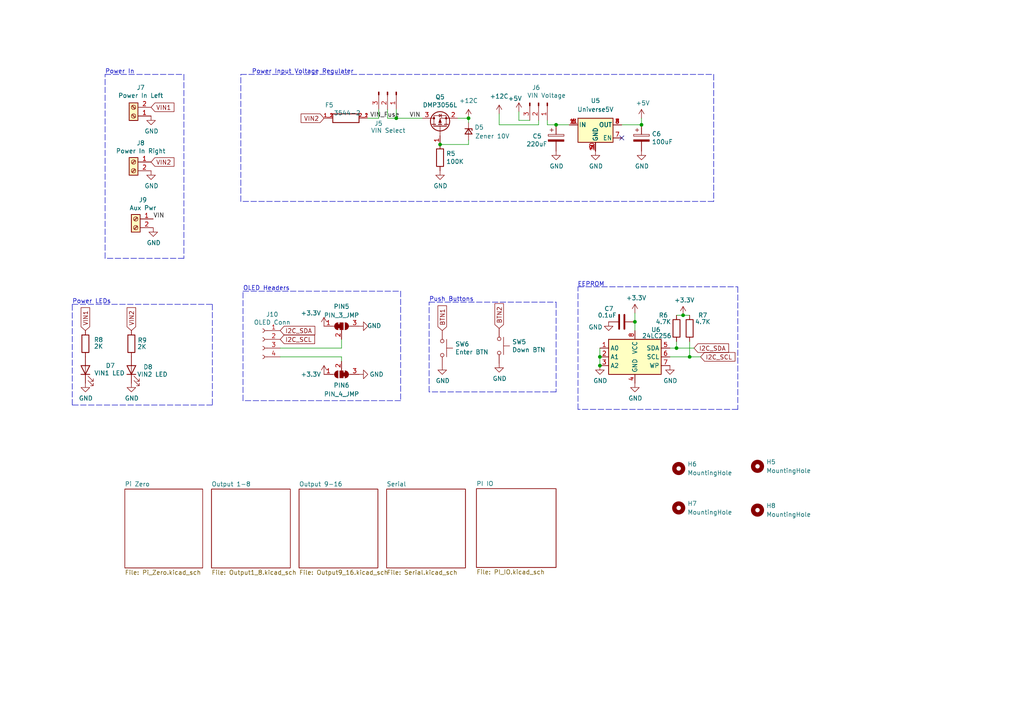
<source format=kicad_sch>
(kicad_sch (version 20211123) (generator eeschema)
  (paper "A4")
  (title_block (title "Pi CM4 16") (date "2022-09-03") (rev "v1") (company "Scott Hanson"))
  (lib_symbols
    (symbol "Connector:Conn_01x03_Male" (pin_names (offset 1.016) hide)
      (property "Reference" "J" (at 0 5.08 0))
      (property "Value" "Conn_01x03_Male" (at 0 -5.08 0))
      (symbol "Conn_01x03_Male_1_1"
        (polyline (pts (xy 1.27 -2.54) (xy 0.8636 -2.54)) (stroke (width 0.1524)))
        (polyline (pts (xy 1.27 0) (xy 0.8636 0)) (stroke (width 0.1524)))
        (polyline (pts (xy 1.27 2.54) (xy 0.8636 2.54)) (stroke (width 0.1524)))
        (rectangle (start 0.8636 -2.413) (end 0 -2.667) (stroke (width 0.1524)) (fill (type outline)))
        (rectangle (start 0.8636 0.127) (end 0 -0.127) (stroke (width 0.1524)) (fill (type outline)))
        (rectangle (start 0.8636 2.667) (end 0 2.413) (stroke (width 0.1524)) (fill (type outline)))
        (pin passive line (at 5.08 2.54 180) (length 3.81) (name "Pin_1") (number "1"))
        (pin passive line (at 5.08 0 180) (length 3.81) (name "Pin_2") (number "2"))
        (pin passive line (at 5.08 -2.54 180) (length 3.81) (name "Pin_3") (number "3"))
      )
    )
    (symbol "Connector:Conn_01x04_Female" (pin_names (offset 1.016) hide)
      (property "Reference" "J" (at 0 5.08 0))
      (property "Value" "Conn_01x04_Female" (at 0 -7.62 0))
      (symbol "Conn_01x04_Female_1_1"
        (arc (start 0 -4.572) (mid -0.508 -5.08) (end 0 -5.588) (stroke (width 0.1524)))
        (arc (start 0 -2.032) (mid -0.508 -2.54) (end 0 -3.048) (stroke (width 0.1524)))
        (polyline (pts (xy -1.27 -5.08) (xy -0.508 -5.08)) (stroke (width 0.1524)))
        (polyline (pts (xy -1.27 -2.54) (xy -0.508 -2.54)) (stroke (width 0.1524)))
        (polyline (pts (xy -1.27 0) (xy -0.508 0)) (stroke (width 0.1524)))
        (polyline (pts (xy -1.27 2.54) (xy -0.508 2.54)) (stroke (width 0.1524)))
        (arc (start 0 0.508) (mid -0.508 0) (end 0 -0.508) (stroke (width 0.1524)))
        (arc (start 0 3.048) (mid -0.508 2.54) (end 0 2.032) (stroke (width 0.1524)))
        (pin passive line (at -5.08 2.54 0) (length 3.81) (name "Pin_1") (number "1"))
        (pin passive line (at -5.08 0 0) (length 3.81) (name "Pin_2") (number "2"))
        (pin passive line (at -5.08 -2.54 0) (length 3.81) (name "Pin_3") (number "3"))
        (pin passive line (at -5.08 -5.08 0) (length 3.81) (name "Pin_4") (number "4"))
      )
    )
    (symbol "Connector:Screw_Terminal_01x02" (pin_names (offset 1.016) hide)
      (property "Reference" "J" (at 0 2.54 0))
      (property "Value" "Screw_Terminal_01x02" (at 0 -5.08 0))
      (symbol "Screw_Terminal_01x02_1_1"
        (rectangle (start -1.27 1.27) (end 1.27 -3.81) (stroke (width 0.254)) (fill (type background)))
        (circle (center 0 -2.54) (radius 0.635) (stroke (width 0.1524)))
        (polyline (pts (xy -0.5334 -2.2098) (xy 0.3302 -3.048)) (stroke (width 0.1524)))
        (polyline (pts (xy -0.5334 0.3302) (xy 0.3302 -0.508)) (stroke (width 0.1524)))
        (polyline (pts (xy -0.3556 -2.032) (xy 0.508 -2.8702)) (stroke (width 0.1524)))
        (polyline (pts (xy -0.3556 0.508) (xy 0.508 -0.3302)) (stroke (width 0.1524)))
        (circle (center 0 0) (radius 0.635) (stroke (width 0.1524)))
        (pin passive line (at -5.08 0 0) (length 3.81) (name "Pin_1") (number "1"))
        (pin passive line (at -5.08 -2.54 0) (length 3.81) (name "Pin_2") (number "2"))
      )
    )
    (symbol "Device:C" (pin_numbers hide) (pin_names (offset 0.254))
      (property "Reference" "C" (at 0.635 2.54 0))
      (property "Value" "C" (at 0.635 -2.54 0))
      (symbol "C_0_1"
        (polyline (pts (xy -2.032 -0.762) (xy 2.032 -0.762)) (stroke (width 0.508)))
        (polyline (pts (xy -2.032 0.762) (xy 2.032 0.762)) (stroke (width 0.508)))
      )
      (symbol "C_1_1"
        (pin passive line (at 0 3.81 270) (length 2.794) (name "~") (number "1"))
        (pin passive line (at 0 -3.81 90) (length 2.794) (name "~") (number "2"))
      )
    )
    (symbol "Device:C_Polarized" (pin_numbers hide) (pin_names (offset 0.254))
      (property "Reference" "C" (at 0.635 2.54 0))
      (property "Value" "C_Polarized" (at 0.635 -2.54 0))
      (symbol "C_Polarized_0_1"
        (rectangle (start -2.286 0.508) (end 2.286 1.016))
        (polyline (pts (xy -1.778 2.286) (xy -0.762 2.286)))
        (polyline (pts (xy -1.27 2.794) (xy -1.27 1.778)))
        (rectangle (start 2.286 -0.508) (end -2.286 -1.016) (fill (type outline)))
      )
      (symbol "C_Polarized_1_1"
        (pin passive line (at 0 3.81 270) (length 2.794) (name "~") (number "1"))
        (pin passive line (at 0 -3.81 90) (length 2.794) (name "~") (number "2"))
      )
    )
    (symbol "Device:D_Zener_Small" (pin_numbers hide) (pin_names (offset 0.254) hide)
      (property "Reference" "D" (at 0 2.286 0))
      (property "Value" "D_Zener_Small" (at 0 -2.286 0))
      (symbol "D_Zener_Small_0_1"
        (polyline (pts (xy 0.762 0) (xy -0.762 0)))
        (polyline (pts (xy -0.254 1.016) (xy -0.762 1.016) (xy -0.762 -1.016)) (stroke (width 0.254)))
        (polyline (pts (xy 0.762 1.016) (xy -0.762 0) (xy 0.762 -1.016) (xy 0.762 1.016)) (stroke (width 0.254)))
      )
      (symbol "D_Zener_Small_1_1"
        (pin passive line (at -2.54 0 0) (length 1.778) (name "K") (number "1"))
        (pin passive line (at 2.54 0 180) (length 1.778) (name "A") (number "2"))
      )
    )
    (symbol "Device:LED" (pin_numbers hide) (pin_names (offset 1.016) hide)
      (property "Reference" "D" (at 0 2.54 0))
      (property "Value" "LED" (at 0 -2.54 0))
      (symbol "LED_0_1"
        (polyline (pts (xy -1.27 -1.27) (xy -1.27 1.27)) (stroke (width 0.254)))
        (polyline (pts (xy -1.27 0) (xy 1.27 0)))
        (polyline (pts (xy 1.27 -1.27) (xy 1.27 1.27) (xy -1.27 0) (xy 1.27 -1.27)) (stroke (width 0.254)))
        (polyline (pts (xy -3.048 -0.762) (xy -4.572 -2.286) (xy -3.81 -2.286) (xy -4.572 -2.286) (xy -4.572 -1.524)))
        (polyline (pts (xy -1.778 -0.762) (xy -3.302 -2.286) (xy -2.54 -2.286) (xy -3.302 -2.286) (xy -3.302 -1.524)))
      )
      (symbol "LED_1_1"
        (pin passive line (at -3.81 0 0) (length 2.54) (name "K") (number "1"))
        (pin passive line (at 3.81 0 180) (length 2.54) (name "A") (number "2"))
      )
    )
    (symbol "Device:Q_PMOS_GSD" (pin_names (offset 0) hide)
      (property "Reference" "Q" (at 5.08 1.27 0))
      (property "Value" "Q_PMOS_GSD" (at 5.08 -1.27 0))
      (symbol "Q_PMOS_GSD_0_1"
        (polyline (pts (xy 0.254 0) (xy -2.54 0)))
        (polyline (pts (xy 0.254 1.905) (xy 0.254 -1.905)) (stroke (width 0.254)))
        (polyline (pts (xy 0.762 -1.27) (xy 0.762 -2.286)) (stroke (width 0.254)))
        (polyline (pts (xy 0.762 0.508) (xy 0.762 -0.508)) (stroke (width 0.254)))
        (polyline (pts (xy 0.762 2.286) (xy 0.762 1.27)) (stroke (width 0.254)))
        (polyline (pts (xy 2.54 2.54) (xy 2.54 1.778)))
        (polyline (pts (xy 2.54 -2.54) (xy 2.54 0) (xy 0.762 0)))
        (polyline (pts (xy 0.762 1.778) (xy 3.302 1.778) (xy 3.302 -1.778) (xy 0.762 -1.778)))
        (polyline (pts (xy 2.286 0) (xy 1.27 0.381) (xy 1.27 -0.381) (xy 2.286 0)) (fill (type outline)))
        (polyline (pts (xy 2.794 -0.508) (xy 2.921 -0.381) (xy 3.683 -0.381) (xy 3.81 -0.254)))
        (polyline (pts (xy 3.302 -0.381) (xy 2.921 0.254) (xy 3.683 0.254) (xy 3.302 -0.381)))
        (circle (center 1.651 0) (radius 2.794) (stroke (width 0.254)))
        (circle (center 2.54 -1.778) (radius 0.254) (fill (type outline)))
        (circle (center 2.54 1.778) (radius 0.254) (fill (type outline)))
      )
      (symbol "Q_PMOS_GSD_1_1"
        (pin input line (at -5.08 0 0) (length 2.54) (name "G") (number "1"))
        (pin passive line (at 2.54 -5.08 90) (length 2.54) (name "S") (number "2"))
        (pin passive line (at 2.54 5.08 270) (length 2.54) (name "D") (number "3"))
      )
    )
    (symbol "Device:R" (pin_numbers hide) (pin_names (offset 0))
      (property "Reference" "R" (at 2.032 0 90))
      (property "Value" "R" (at 0 0 90))
      (symbol "R_0_1"
        (rectangle (start -1.016 -2.54) (end 1.016 2.54) (stroke (width 0.254)))
      )
      (symbol "R_1_1"
        (pin passive line (at 0 3.81 270) (length 1.27) (name "~") (number "1"))
        (pin passive line (at 0 -3.81 90) (length 1.27) (name "~") (number "2"))
      )
    )
    (symbol "Jumper:SolderJumper_3_Bridged12" (pin_names (offset 0) hide)
      (property "Reference" "JP" (at -2.54 -2.54 0))
      (property "Value" "SolderJumper_3_Bridged12" (at 0 2.794 0))
      (symbol "SolderJumper_3_Bridged12_0_1"
        (rectangle (start -1.016 0.508) (end -0.508 -0.508) (fill (type outline)))
        (arc (start -1.016 1.016) (mid -2.032 0) (end -1.016 -1.016))
        (arc (start -1.016 1.016) (mid -2.032 0) (end -1.016 -1.016) (fill (type outline)))
        (rectangle (start -0.508 1.016) (end 0.508 -1.016) (fill (type outline)))
        (polyline (pts (xy -2.54 0) (xy -2.032 0)))
        (polyline (pts (xy -1.016 1.016) (xy -1.016 -1.016)))
        (polyline (pts (xy 0 -1.27) (xy 0 -1.016)))
        (polyline (pts (xy 1.016 1.016) (xy 1.016 -1.016)))
        (polyline (pts (xy 2.54 0) (xy 2.032 0)))
        (arc (start 1.016 -1.016) (mid 2.032 0) (end 1.016 1.016))
        (arc (start 1.016 -1.016) (mid 2.032 0) (end 1.016 1.016) (fill (type outline)))
      )
      (symbol "SolderJumper_3_Bridged12_1_1"
        (pin passive line (at -5.08 0 0) (length 2.54) (name "A") (number "1"))
        (pin passive line (at 0 -3.81 90) (length 2.54) (name "C") (number "2"))
        (pin passive line (at 5.08 0 180) (length 2.54) (name "B") (number "3"))
      )
    )
    (symbol "Mechanical:MountingHole" (pin_names (offset 1.016))
      (property "Reference" "H" (at 0 5.08 0))
      (property "Value" "MountingHole" (at 0 3.175 0))
      (symbol "MountingHole_0_1"
        (circle (center 0 0) (radius 1.27) (stroke (width 1.27)))
      )
    )
    (symbol "Memory_EEPROM:24LC256"
      (property "Reference" "U" (at -6.35 6.35 0))
      (property "Value" "24LC256" (at 1.27 6.35 0))
      (symbol "24LC256_1_1"
        (rectangle (start -7.62 5.08) (end 7.62 -5.08) (stroke (width 0.254)) (fill (type background)))
        (pin input line (at -10.16 2.54 0) (length 2.54) (name "A0") (number "1"))
        (pin input line (at -10.16 0 0) (length 2.54) (name "A1") (number "2"))
        (pin input line (at -10.16 -2.54 0) (length 2.54) (name "A2") (number "3"))
        (pin power_in line (at 0 -7.62 90) (length 2.54) (name "GND") (number "4"))
        (pin bidirectional line (at 10.16 2.54 180) (length 2.54) (name "SDA") (number "5"))
        (pin input line (at 10.16 0 180) (length 2.54) (name "SCL") (number "6"))
        (pin input line (at 10.16 -2.54 180) (length 2.54) (name "WP") (number "7"))
        (pin power_in line (at 0 7.62 270) (length 2.54) (name "VCC") (number "8"))
      )
    )
    (symbol "Scotts:3544-2" (pin_names (offset 1.016) hide)
      (property "Reference" "F?" (at -3.81 2.54 0))
      (property "Value" "3544-2" (at -3.81 -2.54 0))
      (symbol "3544-2_0_0"
        (polyline (pts (xy -3.81 -1.27) (xy -3.81 1.27)) (stroke (width 0.254)))
        (polyline (pts (xy -3.81 1.27) (xy 3.81 1.27)) (stroke (width 0.254)))
        (polyline (pts (xy 3.81 -1.27) (xy -3.81 -1.27)) (stroke (width 0.254)))
        (polyline (pts (xy 3.81 1.27) (xy 3.81 -1.27)) (stroke (width 0.254)))
        (text "~" (at 0 0 0) (effects (font (size 1.27 1.27))))
        (pin passive line (at -6.35 0 0) (length 2.54) (name "1") (number "1_1"))
        (pin passive line (at -6.35 0 0) (length 2.54) (name "1") (number "1_2"))
        (pin passive line (at 6.35 0 180) (length 2.54) (name "2") (number "2_1"))
        (pin passive line (at 6.35 0 180) (length 2.54) (name "2") (number "2_2"))
      )
    )
    (symbol "Scotts:SolderJumper_3_Bridged23" (pin_names (offset 0) hide)
      (property "Reference" "JP?" (at 0 6.35 0))
      (property "Value" "SolderJumper_3_Bridged23" (at 0 3.81 0))
      (symbol "SolderJumper_3_Bridged23_0_1"
        (arc (start -1.016 1.016) (mid -2.032 0) (end -1.016 -1.016))
        (arc (start -1.016 1.016) (mid -2.032 0) (end -1.016 -1.016) (fill (type outline)))
        (rectangle (start -0.508 1.016) (end 0.508 -1.016) (fill (type outline)))
        (polyline (pts (xy -2.54 0) (xy -2.032 0)))
        (polyline (pts (xy -1.016 1.016) (xy -1.016 -1.016)))
        (polyline (pts (xy 0 -1.27) (xy 0 -1.016)))
        (polyline (pts (xy 1.016 1.016) (xy 1.016 -1.016)))
        (polyline (pts (xy 2.54 0) (xy 2.032 0)))
        (rectangle (start 0.508 0.508) (end 1.016 -0.508) (fill (type outline)))
        (arc (start 1.016 -1.016) (mid 2.032 0) (end 1.016 1.016))
        (arc (start 1.016 -1.016) (mid 2.032 0) (end 1.016 1.016) (fill (type outline)))
      )
      (symbol "SolderJumper_3_Bridged23_1_1"
        (pin passive line (at -5.08 0 0) (length 2.54) (name "A") (number "1"))
        (pin passive line (at 0 -3.81 90) (length 2.54) (name "C") (number "2"))
        (pin passive line (at 5.08 0 180) (length 2.54) (name "B") (number "3"))
      )
    )
    (symbol "Scotts:Universe5V" (pin_names (offset 0.254))
      (property "Reference" "U" (at -3.81 3.175 0))
      (property "Value" "Universe5V" (at 0 3.175 0))
      (symbol "Universe5V_0_0"
        (pin power_in line (at 0 -7.62 90) (length 2.54) (name "GND") (number "10"))
        (pin power_in line (at -7.62 0 0) (length 2.54) (name "IN") (number "11"))
        (pin passive line (at 7.62 0 180) (length 2.54) (name "OUT") (number "4"))
        (pin power_in line (at 0 -7.62 90) (length 2.54) (name "GND") (number "5"))
        (pin power_in line (at -7.62 0 0) (length 2.54) (name "IN") (number "6"))
        (pin input line (at 7.62 -3.81 180) (length 2.54) (name "EN") (number "7"))
        (pin passive line (at 7.62 0 180) (length 2.54) (name "OUT") (number "8"))
        (pin power_in line (at 0 -7.62 90) (length 2.54) (name "GND") (number "9"))
      )
      (symbol "Universe5V_0_1"
        (rectangle (start -5.08 1.905) (end 5.08 -5.08) (stroke (width 0.254)) (fill (type background)))
      )
      (symbol "Universe5V_1_1"
        (pin power_in line (at -7.62 0 0) (length 2.54) (name "IN") (number "1"))
        (pin power_in line (at 0 -7.62 90) (length 2.54) (name "GND") (number "2"))
        (pin power_out line (at 7.62 0 180) (length 2.54) (name "OUT") (number "3"))
      )
    )
    (symbol "Switch:SW_Push" (pin_numbers hide) (pin_names (offset 1.016) hide)
      (property "Reference" "SW" (at 1.27 2.54 0))
      (property "Value" "SW_Push" (at 0 -1.524 0))
      (symbol "SW_Push_0_1"
        (circle (center -2.032 0) (radius 0.508))
        (polyline (pts (xy 0 1.27) (xy 0 3.048)))
        (polyline (pts (xy 2.54 1.27) (xy -2.54 1.27)))
        (circle (center 2.032 0) (radius 0.508))
        (pin passive line (at -5.08 0 0) (length 2.54) (name "1") (number "1"))
        (pin passive line (at 5.08 0 180) (length 2.54) (name "2") (number "2"))
      )
    )
    (symbol "power:+12C" (power) (pin_names (offset 0))
      (property "Value" "+12C" (at 0 3.81 0))
      (symbol "+12C_0_1"
        (polyline (pts (xy -0.762 1.27) (xy 0 2.54)))
        (polyline (pts (xy 0 0) (xy 0 2.54)))
        (polyline (pts (xy 0 2.54) (xy 0.762 1.27)))
      )
      (symbol "+12C_1_1"
        (pin power_in line (at 0 0 90) (length 0) hide (name "+12C") (number "1"))
      )
    )
    (symbol "power:+3.3V" (power) (pin_names (offset 0))
      (property "Value" "+3.3V" (at 0 3.556 0))
      (symbol "+3.3V_0_1"
        (polyline (pts (xy -0.762 1.27) (xy 0 2.54)))
        (polyline (pts (xy 0 0) (xy 0 2.54)))
        (polyline (pts (xy 0 2.54) (xy 0.762 1.27)))
      )
      (symbol "+3.3V_1_1"
        (pin power_in line (at 0 0 90) (length 0) hide (name "+3.3V") (number "1"))
      )
    )
    (symbol "power:+5V" (power) (pin_names (offset 0))
      (property "Value" "+5V" (at 0 3.556 0))
      (symbol "+5V_0_1"
        (polyline (pts (xy -0.762 1.27) (xy 0 2.54)))
        (polyline (pts (xy 0 0) (xy 0 2.54)))
        (polyline (pts (xy 0 2.54) (xy 0.762 1.27)))
      )
      (symbol "+5V_1_1"
        (pin power_in line (at 0 0 90) (length 0) hide (name "+5V") (number "1"))
      )
    )
    (symbol "power:GND" (power) (pin_names (offset 0))
      (property "Value" "GND" (at 0 -3.81 0))
      (symbol "GND_0_1"
        (polyline (pts (xy 0 0) (xy 0 -1.27) (xy 1.27 -1.27) (xy 0 -2.54) (xy -1.27 -1.27) (xy 0 -1.27)))
      )
      (symbol "GND_1_1"
        (pin power_in line (at 0 0 270) (length 0) hide (name "GND") (number "1"))
      )
    )
  )
  (junction (at 186.055 36.195))
  (junction (at 198.12 91.44))
  (junction (at 161.29 36.195))
  (junction (at 196.215 100.965))
  (junction (at 127.635 41.91))
  (junction (at 173.99 103.505))
  (junction (at 200.025 103.505))
  (junction (at 135.89 34.29))
  (junction (at 184.15 93.345))
  (junction (at 114.935 34.29))
  (junction (at 173.99 106.045))
  (no_connect (at 180.34 40.005))
  (wire (pts (xy 109.855 34.29) (xy 109.855 31.75)))
  (wire (pts (xy 112.395 34.29) (xy 112.395 31.75)))
  (wire (pts (xy 203.2 103.505) (xy 200.025 103.505)))
  (wire (pts (xy 156.21 36.195) (xy 144.78 36.195)))
  (wire (pts (xy 99.06 98.425) (xy 99.06 100.965)))
  (wire (pts (xy 112.395 34.29) (xy 114.935 34.29)))
  (polyline (pts (xy 213.995 118.745) (xy 167.64 118.745)))
  (wire (pts (xy 135.89 41.91) (xy 127.635 41.91)))
  (wire (pts (xy 196.215 99.06) (xy 196.215 100.965)))
  (polyline (pts (xy 61.595 88.265) (xy 61.595 117.475)))
  (wire (pts (xy 194.31 100.965) (xy 196.215 100.965)))
  (wire (pts (xy 200.025 91.44) (xy 198.12 91.44)))
  (polyline (pts (xy 69.85 21.59) (xy 207.01 21.59)))
  (wire (pts (xy 132.715 34.29) (xy 135.89 34.29)))
  (polyline (pts (xy 20.955 117.475) (xy 20.955 88.265)))
  (polyline (pts (xy 61.595 117.475) (xy 20.955 117.475)))
  (polyline (pts (xy 53.34 21.59) (xy 53.34 74.93)))
  (wire (pts (xy 150.495 34.925) (xy 153.67 34.925)))
  (wire (pts (xy 150.495 32.385) (xy 150.495 34.925)))
  (wire (pts (xy 81.28 100.965) (xy 99.06 100.965)))
  (wire (pts (xy 109.855 34.29) (xy 106.68 34.29)))
  (polyline (pts (xy 124.46 113.665) (xy 124.46 87.63)))
  (polyline (pts (xy 124.46 87.63) (xy 161.29 87.63)))
  (wire (pts (xy 180.34 36.195) (xy 186.055 36.195)))
  (wire (pts (xy 196.215 100.965) (xy 201.295 100.965)))
  (polyline (pts (xy 213.995 83.185) (xy 213.995 118.745)))
  (polyline (pts (xy 70.485 84.455) (xy 116.205 84.455)))
  (polyline (pts (xy 167.64 83.185) (xy 213.995 83.185)))
  (polyline (pts (xy 20.955 88.265) (xy 61.595 88.265)))
  (polyline (pts (xy 161.29 113.665) (xy 124.46 113.665)))
  (wire (pts (xy 184.15 93.345) (xy 184.15 95.885)))
  (wire (pts (xy 200.025 99.06) (xy 200.025 103.505)))
  (polyline (pts (xy 70.485 116.205) (xy 70.485 84.455)))
  (polyline (pts (xy 30.48 21.59) (xy 53.34 21.59)))
  (polyline (pts (xy 167.64 118.745) (xy 167.64 83.185)))
  (wire (pts (xy 198.12 91.44) (xy 196.215 91.44)))
  (wire (pts (xy 161.29 36.195) (xy 165.1 36.195)))
  (wire (pts (xy 186.055 34.29) (xy 186.055 36.195)))
  (polyline (pts (xy 69.85 58.42) (xy 69.85 21.59)))
  (wire (pts (xy 173.99 100.965) (xy 173.99 103.505)))
  (wire (pts (xy 158.75 34.925) (xy 158.75 36.195)))
  (wire (pts (xy 81.28 103.505) (xy 99.06 103.505)))
  (wire (pts (xy 200.025 103.505) (xy 194.31 103.505)))
  (wire (pts (xy 156.21 34.925) (xy 156.21 36.195)))
  (wire (pts (xy 173.99 103.505) (xy 173.99 106.045)))
  (wire (pts (xy 135.89 34.29) (xy 135.89 35.56)))
  (wire (pts (xy 135.89 40.64) (xy 135.89 41.91)))
  (polyline (pts (xy 207.01 58.42) (xy 69.85 58.42)))
  (wire (pts (xy 158.75 36.195) (xy 161.29 36.195)))
  (wire (pts (xy 114.935 34.29) (xy 122.555 34.29)))
  (wire (pts (xy 99.06 103.505) (xy 99.06 104.775)))
  (wire (pts (xy 184.15 90.805) (xy 184.15 93.345)))
  (wire (pts (xy 144.78 36.195) (xy 144.78 33.02)))
  (polyline (pts (xy 30.48 74.93) (xy 30.48 21.59)))
  (polyline (pts (xy 116.205 116.205) (xy 70.485 116.205)))
  (polyline (pts (xy 53.34 74.93) (xy 30.48 74.93)))
  (polyline (pts (xy 207.01 21.59) (xy 207.01 58.42)))
  (polyline (pts (xy 116.205 84.455) (xy 116.205 116.205)))
  (wire (pts (xy 114.935 31.75) (xy 114.935 34.29)))
  (polyline (pts (xy 161.29 87.63) (xy 161.29 113.665)))
  (text "Power LEDs" (at 20.955 88.265 0) (effects (font (size 1.27 1.27)) (justify left bottom)))
  (text "Power In" (at 30.48 21.59 0) (effects (font (size 1.27 1.27)) (justify left bottom)))
  (text "OLED Headers" (at 70.485 84.455 0) (effects (font (size 1.27 1.27)) (justify left bottom)))
  (text "Push Buttons" (at 124.46 87.63 0) (effects (font (size 1.27 1.27)) (justify left bottom)))
  (text "Power Input Voltage Regulater" (at 73.025 21.59 0) (effects (font (size 1.27 1.27)) (justify left bottom)))
  (text "EEPROM" (at 167.513 83.312 0) (effects (font (size 1.27 1.27)) (justify left bottom)))
  (label "VIN_Fuse" (at 107.315 34.29 0))
  (label "VIN" (at 44.45 63.5 0))
  (label "VIN" (at 118.745 34.29 0))
  (global_label "VIN2" (shape input) (at 93.98 34.29 180) (property "Intersheet References" "${INTERSHEET_REFS}" (effects hide)))
  (global_label "VIN1" (shape input) (at 43.815 31.115 0) (property "Intersheet References" "${INTERSHEET_REFS}" (effects hide)))
  (global_label "VIN2" (shape input) (at 43.815 46.99 0) (property "Intersheet References" "${INTERSHEET_REFS}" (effects hide)))
  (global_label "I2C_SCL" (shape input) (at 81.28 98.425 0) (property "Intersheet References" "${INTERSHEET_REFS}" (effects hide)))
  (global_label "VIN1" (shape input) (at 24.765 95.885 90) (property "Intersheet References" "${INTERSHEET_REFS}" (effects hide)))
  (global_label "BTN1" (shape input) (at 128.27 95.885 90) (property "Intersheet References" "${INTERSHEET_REFS}" (effects hide)))
  (global_label "BTN2" (shape input) (at 144.78 95.25 90) (property "Intersheet References" "${INTERSHEET_REFS}" (effects hide)))
  (global_label "I2C_SDA" (shape input) (at 201.295 100.965 0) (property "Intersheet References" "${INTERSHEET_REFS}" (effects hide)))
  (global_label "I2C_SCL" (shape input) (at 203.2 103.505 0) (property "Intersheet References" "${INTERSHEET_REFS}" (effects hide)))
  (global_label "VIN2" (shape input) (at 38.1 95.885 90) (property "Intersheet References" "${INTERSHEET_REFS}" (effects hide)))
  (global_label "I2C_SDA" (shape input) (at 81.28 95.885 0) (property "Intersheet References" "${INTERSHEET_REFS}" (effects hide)))
  (symbol (lib_id "Device:C_Polarized") (at 186.055 40.005 0) (unit 1)
    (property "Reference" "C6" (at 189.0522 38.8366 0) (effects (justify left)))
    (property "Value" "100uF" (at 189.0522 41.148 0) (effects (justify left)))
    (property "Footprint" "Capacitor_SMD:CP_Elec_6.3x5.4_Nichicon" (effects hide))
    (property "Digi-Key_PN" "493-2105-1-ND" (effects hide))
    (property "MPN" "UWX1C101MCL1GB" (effects hide))
    (property "LCSC" "C134723" (effects hide))
  )
  (symbol (lib_id "Device:C_Polarized") (at 161.29 40.005 0) (unit 1)
    (property "Reference" "C5" (at 154.432 39.497 0) (effects (justify left)))
    (property "Value" "220uF" (at 152.654 41.783 0) (effects (justify left)))
    (property "Footprint" "Capacitor_THT:CP_Radial_D10.0mm_P5.00mm" (effects hide))
    (property "Digi-Key_PN" "P5183-ND" (effects hide))
    (property "MPN" "ECA-1HM221" (effects hide))
    (property "LCSC" "C338228" (effects hide))
  )
  (symbol (lib_id "power:GND") (at 43.815 33.655 0) (unit 1)
    (property "Reference" "#PWR07" (effects hide))
    (property "Value" "GND" (at 43.942 38.0492 0))
  )
  (symbol (lib_id "power:GND") (at 172.72 43.815 0) (unit 1)
    (property "Reference" "#PWR011" (effects hide))
    (property "Value" "GND" (at 172.847 48.2092 0))
  )
  (symbol (lib_id "power:GND") (at 186.055 43.815 0) (unit 1)
    (property "Reference" "#PWR012" (effects hide))
    (property "Value" "GND" (at 186.182 48.2092 0))
  )
  (symbol (lib_id "power:GND") (at 161.29 43.815 0) (unit 1)
    (property "Reference" "#PWR010" (effects hide))
    (property "Value" "GND" (at 161.417 48.2092 0))
  )
  (symbol (lib_id "power:+5V") (at 186.055 34.29 0) (unit 1)
    (property "Reference" "#PWR09" (effects hide))
    (property "Value" "+5V" (at 186.436 29.8958 0))
  )
  (symbol (lib_id "Scotts:3544-2") (at 100.33 34.29 0) (unit 1)
    (property "Reference" "F5" (at 94.234 30.48 0) (effects (justify left)))
    (property "Value" "3544-2" (at 96.774 32.766 0) (effects (justify left)))
    (property "Footprint" "Scotts:FUSE_3544-2" (effects hide))
    (property "Field4" "3544-2" (effects hide))
    (property "Field5" "None" (effects hide))
    (property "Field6" "Unavailable" (effects hide))
    (property "Field7" "Fuse Clip; 500 VAC; 30 A; PCB; For 0.110 in. x 0.032 in. mini blade fuses" (effects hide))
    (property "Field8" "Keystone Electronics" (effects hide))
    (property "Digi-Key_PN" "36-3544-2-ND" (effects hide))
    (property "MPN" "3544-2" (effects hide))
    (property "LCSC" "C492610" (effects hide))
  )
  (symbol (lib_id "Connector:Conn_01x03_Male") (at 156.21 29.845 270) (unit 1)
    (property "Reference" "J6" (at 154.305 25.4 90) (effects (justify left)))
    (property "Value" "VIN Voltage" (at 152.908 27.686 90) (effects (justify left)))
    (property "Footprint" "Connector_PinHeader_2.54mm:PinHeader_1x03_P2.54mm_Vertical" (effects hide))
    (property "Digi-Key_PN" "732-5316-ND" (effects hide))
    (property "MPN" "61300311121" (effects hide))
    (property "LCSC" "C49257" (effects hide))
  )
  (symbol (lib_id "power:+5V") (at 150.495 32.385 0) (unit 1)
    (property "Reference" "#PWR05" (effects hide))
    (property "Value" "+5V" (at 149.352 28.575 0))
  )
  (symbol (lib_id "power:GND") (at 43.815 49.53 0) (unit 1)
    (property "Reference" "#PWR013" (effects hide))
    (property "Value" "GND" (at 43.942 53.9242 0))
  )
  (symbol (lib_id "Connector:Conn_01x04_Female") (at 76.2 98.425 0) (mirror y) (unit 1)
    (property "Reference" "J10" (at 78.9432 91.186 0))
    (property "Value" "OLED Conn" (at 78.9432 93.4974 0))
    (property "Footprint" "Connector_PinSocket_2.54mm:PinSocket_1x04_P2.54mm_Vertical" (effects hide))
    (property "Digi-Key_PN" "S7002-ND" (effects hide))
    (property "MPN" "PPTC041LFBN-RC" (effects hide))
    (property "LCSC" "C225501" (effects hide))
  )
  (symbol (lib_id "power:+3.3V") (at 93.98 94.615 0) (unit 1)
    (property "Reference" "#PWR019" (effects hide))
    (property "Value" "+3.3V" (at 90.17 90.805 0))
  )
  (symbol (lib_id "Device:LED") (at 24.765 107.315 90) (unit 1)
    (property "Reference" "D7" (at 32.004 106.045 90))
    (property "Value" "VIN1 LED" (at 31.75 108.204 90))
    (property "Footprint" "LED_SMD:LED_0603_1608Metric_Pad1.05x0.95mm_HandSolder" (effects hide))
    (property "Digi-Key_PN" "160-1436-2-ND" (effects hide))
    (property "MPN" "LTST-C190KRKT" (effects hide))
    (property "LCSC" "C2286" (effects hide))
  )
  (symbol (lib_id "Device:LED") (at 38.1 107.315 90) (unit 1)
    (property "Reference" "D8" (at 42.926 106.426 90))
    (property "Value" "VIN2 LED" (at 44.196 108.585 90))
    (property "Footprint" "LED_SMD:LED_0603_1608Metric_Pad1.05x0.95mm_HandSolder" (effects hide))
    (property "Digi-Key_PN" "160-1436-2-ND" (effects hide))
    (property "MPN" "LTST-C190KRKT" (effects hide))
    (property "LCSC" "C2286" (effects hide))
  )
  (symbol (lib_id "Device:R") (at 24.765 99.695 180) (unit 1)
    (property "Reference" "R8" (at 28.575 98.552 0))
    (property "Value" "2K" (at 28.575 100.457 0))
    (property "Footprint" "Resistor_SMD:R_0603_1608Metric_Pad0.98x0.95mm_HandSolder" (effects hide))
  )
  (symbol (lib_id "Device:R") (at 38.1 99.695 180) (unit 1)
    (property "Reference" "R9" (at 41.275 98.679 0))
    (property "Value" "2K" (at 41.148 100.584 0))
    (property "Footprint" "Resistor_SMD:R_0603_1608Metric_Pad0.98x0.95mm_HandSolder" (effects hide))
  )
  (symbol (lib_id "power:GND") (at 24.765 111.125 0) (unit 1)
    (property "Reference" "#PWR028" (effects hide))
    (property "Value" "GND" (at 24.892 115.5192 0))
  )
  (symbol (lib_id "power:GND") (at 38.1 111.125 0) (unit 1)
    (property "Reference" "#PWR029" (effects hide))
    (property "Value" "GND" (at 38.227 115.5192 0))
  )
  (symbol (lib_id "Connector:Screw_Terminal_01x02") (at 39.37 63.5 0) (mirror y) (unit 1)
    (property "Reference" "J9" (at 41.4528 57.9882 0))
    (property "Value" "Aux Pwr" (at 41.4528 60.2996 0))
    (property "Footprint" "MKDS1_2-3.81:PHOENIX_MKDS1_2-3.81" (effects hide))
    (property "Digi-Key_PN" "277-1947-ND" (effects hide))
    (property "MPN" "1727010" (effects hide))
    (property "LCSC" "C69811" (effects hide))
  )
  (symbol (lib_id "power:GND") (at 44.45 66.04 0) (unit 1)
    (property "Reference" "#PWR015" (effects hide))
    (property "Value" "GND" (at 44.577 70.4342 0))
  )
  (symbol (lib_id "Connector:Conn_01x03_Male") (at 112.395 26.67 270) (unit 1)
    (property "Reference" "J5" (at 108.585 35.814 90) (effects (justify left)))
    (property "Value" "VIN Select" (at 107.569 37.846 90) (effects (justify left)))
    (property "Footprint" "Connector_PinHeader_2.54mm:PinHeader_1x03_P2.54mm_Vertical" (effects hide))
    (property "Digi-Key_PN" "732-5316-ND" (effects hide))
    (property "MPN" "61300311121" (effects hide))
    (property "LCSC" "C49257" (effects hide))
  )
  (symbol (lib_id "Memory_EEPROM:24LC256") (at 184.15 103.505 0) (unit 1)
    (property "Reference" "U6" (at 190.246 95.631 0))
    (property "Value" "24LC256" (at 190.5 97.409 0))
    (property "Footprint" "Package_SO:SOIC-8_3.9x4.9mm_P1.27mm" (effects hide))
    (property "Datasheet" "http://ww1.microchip.com/downloads/en/devicedoc/21203m.pdf" (effects hide))
    (property "Digi-Key_PN" "24LC256T-I/SNCT-ND" (effects hide))
    (property "MPN" "24LC256T-I/SN" (effects hide))
    (property "LCSC" "C6482" (effects hide))
  )
  (symbol (lib_id "power:GND") (at 173.99 106.045 0) (unit 1)
    (property "Reference" "#PWR024" (effects hide))
    (property "Value" "GND" (at 174.117 110.4392 0))
  )
  (symbol (lib_id "power:GND") (at 184.15 111.125 0) (unit 1)
    (property "Reference" "#PWR030" (effects hide))
    (property "Value" "GND" (at 184.277 115.5192 0))
  )
  (symbol (lib_id "power:GND") (at 194.31 106.045 0) (unit 1)
    (property "Reference" "#PWR025" (effects hide))
    (property "Value" "GND" (at 194.437 110.4392 0))
  )
  (symbol (lib_id "power:+3.3V") (at 184.15 90.805 0) (unit 1)
    (property "Reference" "#PWR016" (effects hide))
    (property "Value" "+3.3V" (at 184.531 86.4108 0))
  )
  (symbol (lib_id "Device:R") (at 196.215 95.25 180) (unit 1)
    (property "Reference" "R6" (at 192.405 91.44 0))
    (property "Value" "4.7K" (at 192.405 93.345 0))
    (property "Footprint" "Resistor_SMD:R_0603_1608Metric_Pad0.98x0.95mm_HandSolder" (effects hide))
    (property "Digi-Key_PN" "311-4.7KGRCT-ND" (effects hide))
    (property "MPN" "RC0603JR-074K7L" (effects hide))
    (property "LCSC" "C23162" (effects hide))
  )
  (symbol (lib_id "Device:R") (at 200.025 95.25 180) (unit 1)
    (property "Reference" "R7" (at 203.835 91.44 0))
    (property "Value" "4.7K" (at 203.835 93.345 0))
    (property "Footprint" "Resistor_SMD:R_0603_1608Metric_Pad0.98x0.95mm_HandSolder" (effects hide))
    (property "Digi-Key_PN" "311-4.7KGRCT-ND" (effects hide))
    (property "MPN" "RC0603JR-074K7L" (effects hide))
    (property "LCSC" "C23162" (effects hide))
  )
  (symbol (lib_id "power:+3.3V") (at 198.12 91.44 0) (unit 1)
    (property "Reference" "#PWR017" (effects hide))
    (property "Value" "+3.3V" (at 198.501 87.0458 0))
  )
  (symbol (lib_id "Device:C") (at 180.34 93.345 270) (unit 1)
    (property "Reference" "C7" (at 175.26 89.535 90) (effects (justify left)))
    (property "Value" "0.1uF" (at 173.355 91.44 90) (effects (justify left)))
    (property "Footprint" "Capacitor_SMD:C_0603_1608Metric_Pad1.08x0.95mm_HandSolder" (effects hide))
    (property "Digi-Key_PN" "1276-1935-2-ND" (effects hide))
    (property "MPN" "CL10B104KB8NNWC" (effects hide))
    (property "LCSC" "C14663" (effects hide))
  )
  (symbol (lib_id "power:GND") (at 176.53 93.345 0) (unit 1)
    (property "Reference" "#PWR018" (effects hide))
    (property "Value" "GND" (at 172.72 94.869 0))
  )
  (symbol (lib_id "Switch:SW_Push") (at 128.27 100.965 270) (unit 1)
    (property "Reference" "SW6" (at 132.0292 99.7966 90) (effects (justify left)))
    (property "Value" "Enter BTN" (at 132.0292 102.108 90) (effects (justify left)))
    (property "Footprint" "Button_Switch_SMD:SW_Push_1P1T_NO_6x6mm_H9.5mm" (effects hide))
    (property "Digi-Key_PN" "CKN9088CT-ND" (effects hide))
    (property "MPN" "PTS645SL50SMTR92 LFS" (effects hide))
    (property "LCSC" "C127509" (effects hide))
  )
  (symbol (lib_id "Switch:SW_Push") (at 144.78 100.33 270) (unit 1)
    (property "Reference" "SW5" (at 148.5392 99.1616 90) (effects (justify left)))
    (property "Value" "Down BTN" (at 148.5392 101.473 90) (effects (justify left)))
    (property "Footprint" "Button_Switch_SMD:SW_Push_1P1T_NO_6x6mm_H9.5mm" (effects hide))
    (property "Digi-Key_PN" "CKN9088CT-ND" (effects hide))
    (property "MPN" "PTS645SL50SMTR92 LFS" (effects hide))
    (property "LCSC" "C127509" (effects hide))
  )
  (symbol (lib_id "power:GND") (at 144.78 105.41 0) (unit 1)
    (property "Reference" "#PWR022" (effects hide))
    (property "Value" "GND" (at 144.907 109.8042 0))
  )
  (symbol (lib_id "power:GND") (at 128.27 106.045 0) (unit 1)
    (property "Reference" "#PWR023" (effects hide))
    (property "Value" "GND" (at 128.397 110.4392 0))
  )
  (symbol (lib_id "Device:Q_PMOS_GSD") (at 127.635 36.83 90) (unit 1)
    (property "Reference" "Q5" (at 127.635 28.1432 90))
    (property "Value" "DMP3056L" (at 127.635 30.4546 90))
    (property "Footprint" "Package_TO_SOT_SMD:SOT-23" (effects hide))
    (property "Digi-Key_PN" "DMP3056L-7DICT-ND" (effects hide))
    (property "MPN" "DMP3056L-7" (effects hide))
    (property "LCSC" "C150724" (effects hide))
  )
  (symbol (lib_id "Device:D_Zener_Small") (at 135.89 38.1 270) (unit 1)
    (property "Reference" "D5" (at 137.6172 36.9316 90) (effects (justify left)))
    (property "Value" "Zener 10V" (at 137.795 39.497 90) (effects (justify left)))
    (property "Footprint" "Diode_SMD:D_SOD-123" (effects hide))
    (property "Digi-Key_PN" "MMSZ5240B-FDICT-ND" (effects hide))
    (property "MPN" "MMSZ5240B-7-F" (effects hide))
    (property "LCSC" "C173431" (effects hide))
  )
  (symbol (lib_id "Device:R") (at 127.635 45.72 180) (unit 1)
    (property "Reference" "R5" (at 129.413 44.5516 0) (effects (justify right)))
    (property "Value" "100K" (at 129.413 46.863 0) (effects (justify right)))
    (property "Footprint" "Resistor_SMD:R_0603_1608Metric_Pad0.98x0.95mm_HandSolder" (effects hide))
    (property "Digi-Key_PN" "YAG1235CT-ND" (effects hide))
    (property "MPN" "RT0603BRD07100KL" (effects hide))
    (property "LCSC" "C25803" (effects hide))
  )
  (symbol (lib_id "power:GND") (at 127.635 49.53 0) (unit 1)
    (property "Reference" "#PWR014" (effects hide))
    (property "Value" "GND" (at 127.762 53.9242 0))
  )
  (symbol (lib_id "Connector:Screw_Terminal_01x02") (at 38.735 33.655 180) (unit 1)
    (property "Reference" "J7" (at 40.8178 25.4 0))
    (property "Value" "Power In Left" (at 40.8178 27.7114 0))
    (property "Footprint" "Barrier_Blocks:BARRIER_BLOCK_1ROW_2POS_P9.5MM" (effects hide))
    (property "Digi-Key_PN" "ED2953-ND" (effects hide))
    (property "MPN" "OSTYK51102030" (effects hide))
    (property "LCSC" "C707421" (effects hide))
  )
  (symbol (lib_id "Connector:Screw_Terminal_01x02") (at 38.735 46.99 0) (mirror y) (unit 1)
    (property "Reference" "J8" (at 40.8178 41.4782 0))
    (property "Value" "Power In Right" (at 40.8178 43.7896 0))
    (property "Footprint" "Barrier_Blocks:BARRIER_BLOCK_1ROW_2POS_P9.5MM" (effects hide))
    (property "Digi-Key_PN" "ED2953-ND" (effects hide))
    (property "MPN" "OSTYK51102030" (effects hide))
    (property "LCSC" "C707421" (effects hide))
  )
  (symbol (lib_id "Mechanical:MountingHole") (at 219.71 135.255 0) (unit 1)
    (property "Reference" "H5" (at 222.25 133.9849 0) (effects (justify left)))
    (property "Value" "MountingHole" (at 222.25 136.5249 0) (effects (justify left)))
    (property "Footprint" "MountingHole:MountingHole_3.7mm" (effects hide))
  )
  (symbol (lib_id "power:+3.3V") (at 93.98 108.585 0) (unit 1)
    (property "Reference" "#PWR026" (effects hide))
    (property "Value" "+3.3V" (at 90.17 108.585 0))
  )
  (symbol (lib_id "Scotts:SolderJumper_3_Bridged23") (at 99.06 108.585 0) (mirror x) (unit 1)
    (property "Reference" "PIN6" (at 99.06 111.76 0))
    (property "Value" "PIN_4_JMP" (at 99.06 114.3 0))
    (property "Footprint" "Scotts:SolderJumper-3_P1mm_Bridged23" (effects hide))
  )
  (symbol (lib_id "Mechanical:MountingHole") (at 196.85 135.89 0) (unit 1)
    (property "Reference" "H6" (at 199.39 134.6199 0) (effects (justify left)))
    (property "Value" "MountingHole" (at 199.39 137.1599 0) (effects (justify left)))
    (property "Footprint" "MountingHole:MountingHole_3.7mm" (effects hide))
  )
  (symbol (lib_id "Jumper:SolderJumper_3_Bridged12") (at 99.06 94.615 0) (unit 1)
    (property "Reference" "PIN5" (at 99.06 88.9 0))
    (property "Value" "PIN_3_JMP" (at 99.06 91.44 0))
    (property "Footprint" "Scotts:SolderJumper-3_P1mm_Bridged12" (effects hide))
  )
  (symbol (lib_id "power:GND") (at 104.14 94.615 90) (unit 1)
    (property "Reference" "#PWR020" (effects hide))
    (property "Value" "GND" (at 108.5342 94.488 90))
  )
  (symbol (lib_id "Scotts:Universe5V") (at 172.72 36.195 0) (unit 1)
    (property "Reference" "U5" (at 172.72 29.21 0))
    (property "Value" "Universe5V" (at 172.72 31.75 0))
    (property "Footprint" "Scotts:Universal_5V_Horizontal" (effects hide))
  )
  (symbol (lib_id "power:+12C") (at 135.89 34.29 0) (unit 1)
    (property "Reference" "#PWR0103" (effects hide))
    (property "Value" "+12C" (at 135.89 29.21 0))
  )
  (symbol (lib_id "power:GND") (at 104.14 108.585 90) (unit 1)
    (property "Reference" "#PWR027" (effects hide))
    (property "Value" "GND" (at 109.22 108.585 90))
  )
  (symbol (lib_id "power:+12C") (at 144.78 33.02 0) (unit 1)
    (property "Reference" "#PWR0104" (effects hide))
    (property "Value" "+12C" (at 144.78 27.94 0))
  )
  (symbol (lib_id "Mechanical:MountingHole") (at 219.71 147.955 0) (unit 1)
    (property "Reference" "H8" (at 222.25 146.6849 0) (effects (justify left)))
    (property "Value" "MountingHole" (at 222.25 149.2249 0) (effects (justify left)))
    (property "Footprint" "MountingHole:MountingHole_3.7mm" (effects hide))
  )
  (symbol (lib_id "Mechanical:MountingHole") (at 196.85 147.32 0) (unit 1)
    (property "Reference" "H7" (at 199.39 146.0499 0) (effects (justify left)))
    (property "Value" "MountingHole" (at 199.39 148.5899 0) (effects (justify left)))
    (property "Footprint" "MountingHole:MountingHole_3.7mm" (effects hide))
  )
  (sheet (at 36.195 141.859) (size 22.606 22.86)
    (property "Sheet name" "Pi Zero" (at 36.195 141.1474 0) (effects (justify left bottom)))
    (property "Sheet file" "Pi_Zero.kicad_sch" (at 36.195 165.3036 0) (effects (justify left top)))
  )
  (sheet (at 61.341 141.859) (size 22.86 22.86)
    (property "Sheet name" "Output 1-8" (at 61.341 141.1474 0) (effects (justify left bottom)))
    (property "Sheet file" "Output1_8.kicad_sch" (at 61.341 165.3036 0) (effects (justify left top)))
  )
  (sheet (at 86.741 141.859) (size 22.86 22.86)
    (property "Sheet name" "Output 9-16" (at 86.741 141.1474 0) (effects (justify left bottom)))
    (property "Sheet file" "Output9_16.kicad_sch" (at 86.741 165.3036 0) (effects (justify left top)))
  )
  (sheet (at 112.141 141.859) (size 22.86 22.86)
    (property "Sheet name" "Serial" (at 112.141 141.1474 0) (effects (justify left bottom)))
    (property "Sheet file" "Serial.kicad_sch" (at 112.141 165.3036 0) (effects (justify left top)))
  )
  (sheet (at 138.176 141.732) (size 23.114 22.86) (stroke (width 0.1524))
    (property "Sheet name" "PI IO" (at 138.176 141.0204 0) (effects (justify left bottom)))
    (property "Sheet file" "PI_IO.kicad_sch" (at 138.176 165.1766 0) (effects (justify left top)))
  )
)
</source>
